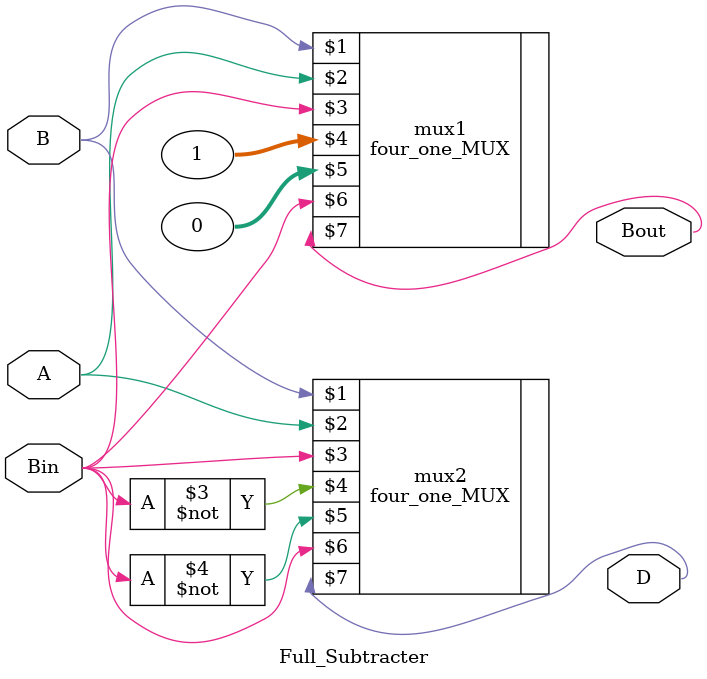
<source format=v>
`timescale 1ns / 1ps

module Full_Subtracter(
    input A, B, Bin,
    output Bout, D
    );
    four_one_MUX mux1(B, A, Bin, 1, 0, Bin, Bout);
    four_one_MUX mux2(B, A, Bin, ~Bin, ~Bin, Bin, D);
endmodule

</source>
